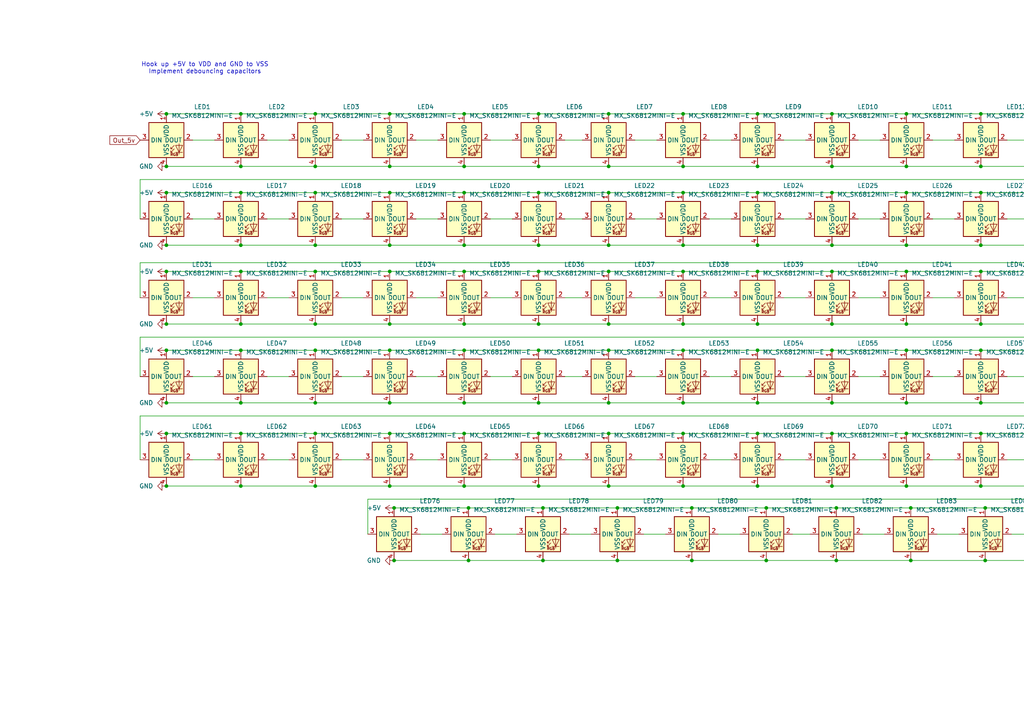
<source format=kicad_sch>
(kicad_sch (version 20231120) (generator "eeschema") (generator_version "8.0")
  (paper "A4")
  (lib_symbols
    (symbol "PCM_marbastlib-mx:MX_SK6812MINI-E"
      (property "Reference" "LED" (at 3.175 6.35 0))
      (property "Value" "MX_SK6812MINI-E" (at 10.16 -6.985 0))
      (symbol "MX_SK6812MINI-E_0_0"
        (text "RGB" (at 2.286 -4.191 0) (effects (font (size 0.762 0.762))))
      )
      (symbol "MX_SK6812MINI-E_1_1"
        (pin power_in line (at 0 7.62 270) (length 2.54) (name "VDD") (number "1"))
        (pin output line (at 7.62 0 180) (length 2.54) (name "DOUT") (number "2"))
        (pin input line (at -7.62 0 0) (length 2.54) (name "DIN") (number "3"))
        (pin power_in line (at 0 -7.62 90) (length 2.54) (name "VSS") (number "4"))
      )
    )
    (symbol "power:+5V" (power) (pin_numbers hide) (pin_names (offset 0) hide)
      (property "Value" "+5V" (at 0 3.556 0))
      (symbol "+5V_1_1"
        (pin power_in line (at 0 0 90) (length 0) (name "~") (number "1"))
      )
    )
    (symbol "power:GND" (power) (pin_numbers hide) (pin_names (offset 0) hide)
      (property "Value" "GND" (at 0 -3.81 0))
      (symbol "GND_1_1"
        (pin power_in line (at 0 0 270) (length 0) (name "~") (number "1"))
      )
    )
  )
  (junction (at 328.93 71.12))
  (junction (at 176.53 101.6))
  (junction (at 69.85 33.02))
  (junction (at 264.16 162.56))
  (junction (at 262.89 125.73))
  (junction (at 241.3 93.98))
  (junction (at 262.89 78.74))
  (junction (at 134.62 55.88))
  (junction (at 48.26 101.6))
  (junction (at 156.21 125.73))
  (junction (at 113.03 55.88))
  (junction (at 156.21 48.26))
  (junction (at 48.26 93.98))
  (junction (at 307.34 162.56))
  (junction (at 113.03 125.73))
  (junction (at 219.71 33.02))
  (junction (at 222.25 147.32))
  (junction (at 176.53 33.02))
  (junction (at 134.62 116.84))
  (junction (at 242.57 147.32))
  (junction (at 198.12 101.6))
  (junction (at 328.93 147.32))
  (junction (at 113.03 101.6))
  (junction (at 219.71 55.88))
  (junction (at 69.85 48.26))
  (junction (at 328.93 93.98))
  (junction (at 69.85 101.6))
  (junction (at 328.93 125.73))
  (junction (at 198.12 71.12))
  (junction (at 307.34 140.97))
  (junction (at 284.48 116.84))
  (junction (at 134.62 78.74))
  (junction (at 69.85 55.88))
  (junction (at 156.21 93.98))
  (junction (at 262.89 101.6))
  (junction (at 262.89 71.12))
  (junction (at 241.3 48.26))
  (junction (at 262.89 140.97))
  (junction (at 198.12 93.98))
  (junction (at 114.3 147.32))
  (junction (at 262.89 55.88))
  (junction (at 307.34 101.6))
  (junction (at 241.3 101.6))
  (junction (at 284.48 140.97))
  (junction (at 113.03 71.12))
  (junction (at 113.03 93.98))
  (junction (at 48.26 33.02))
  (junction (at 262.89 116.84))
  (junction (at 113.03 78.74))
  (junction (at 198.12 78.74))
  (junction (at 176.53 116.84))
  (junction (at 69.85 93.98))
  (junction (at 328.93 78.74))
  (junction (at 307.34 55.88))
  (junction (at 48.26 71.12))
  (junction (at 307.34 48.26))
  (junction (at 262.89 33.02))
  (junction (at 91.44 48.26))
  (junction (at 241.3 55.88))
  (junction (at 241.3 78.74))
  (junction (at 262.89 48.26))
  (junction (at 91.44 71.12))
  (junction (at 328.93 101.6))
  (junction (at 134.62 93.98))
  (junction (at 113.03 48.26))
  (junction (at 156.21 55.88))
  (junction (at 48.26 48.26))
  (junction (at 48.26 140.97))
  (junction (at 48.26 78.74))
  (junction (at 134.62 48.26))
  (junction (at 91.44 55.88))
  (junction (at 134.62 140.97))
  (junction (at 157.48 147.32))
  (junction (at 176.53 55.88))
  (junction (at 48.26 125.73))
  (junction (at 284.48 101.6))
  (junction (at 219.71 93.98))
  (junction (at 241.3 116.84))
  (junction (at 328.93 33.02))
  (junction (at 262.89 93.98))
  (junction (at 328.93 55.88))
  (junction (at 176.53 125.73))
  (junction (at 264.16 147.32))
  (junction (at 69.85 78.74))
  (junction (at 222.25 162.56))
  (junction (at 113.03 33.02))
  (junction (at 328.93 162.56))
  (junction (at 198.12 55.88))
  (junction (at 242.57 162.56))
  (junction (at 156.21 116.84))
  (junction (at 156.21 78.74))
  (junction (at 241.3 33.02))
  (junction (at 219.71 71.12))
  (junction (at 307.34 147.32))
  (junction (at 156.21 101.6))
  (junction (at 134.62 101.6))
  (junction (at 328.93 116.84))
  (junction (at 200.66 162.56))
  (junction (at 176.53 93.98))
  (junction (at 198.12 48.26))
  (junction (at 328.93 48.26))
  (junction (at 135.89 147.32))
  (junction (at 284.48 33.02))
  (junction (at 135.89 162.56))
  (junction (at 69.85 71.12))
  (junction (at 284.48 93.98))
  (junction (at 198.12 125.73))
  (junction (at 69.85 140.97))
  (junction (at 284.48 78.74))
  (junction (at 113.03 140.97))
  (junction (at 307.34 125.73))
  (junction (at 134.62 125.73))
  (junction (at 219.71 116.84))
  (junction (at 285.75 147.32))
  (junction (at 219.71 140.97))
  (junction (at 307.34 71.12))
  (junction (at 91.44 93.98))
  (junction (at 176.53 48.26))
  (junction (at 241.3 71.12))
  (junction (at 114.3 162.56))
  (junction (at 198.12 116.84))
  (junction (at 198.12 140.97))
  (junction (at 156.21 33.02))
  (junction (at 284.48 48.26))
  (junction (at 219.71 101.6))
  (junction (at 241.3 140.97))
  (junction (at 198.12 33.02))
  (junction (at 134.62 71.12))
  (junction (at 113.03 116.84))
  (junction (at 156.21 140.97))
  (junction (at 284.48 55.88))
  (junction (at 91.44 33.02))
  (junction (at 176.53 140.97))
  (junction (at 48.26 116.84))
  (junction (at 284.48 125.73))
  (junction (at 91.44 101.6))
  (junction (at 307.34 116.84))
  (junction (at 219.71 48.26))
  (junction (at 179.07 147.32))
  (junction (at 69.85 125.73))
  (junction (at 91.44 125.73))
  (junction (at 219.71 78.74))
  (junction (at 48.26 55.88))
  (junction (at 328.93 140.97))
  (junction (at 91.44 140.97))
  (junction (at 91.44 78.74))
  (junction (at 307.34 93.98))
  (junction (at 157.48 162.56))
  (junction (at 176.53 71.12))
  (junction (at 156.21 71.12))
  (junction (at 284.48 71.12))
  (junction (at 69.85 116.84))
  (junction (at 307.34 33.02))
  (junction (at 134.62 33.02))
  (junction (at 179.07 162.56))
  (junction (at 241.3 125.73))
  (junction (at 200.66 147.32))
  (junction (at 219.71 125.73))
  (junction (at 307.34 78.74))
  (junction (at 91.44 116.84))
  (junction (at 285.75 162.56))
  (junction (at 176.53 78.74))
  (wire (pts (xy 156.21 125.73) (xy 176.53 125.73)))
  (wire (pts (xy 233.68 133.35) (xy 227.33 133.35)))
  (wire (pts (xy 106.68 144.78) (xy 106.68 154.94)))
  (wire (pts (xy 307.34 162.56) (xy 328.93 162.56)))
  (wire (pts (xy 134.62 140.97) (xy 113.03 140.97)))
  (wire (pts (xy 135.89 162.56) (xy 157.48 162.56)))
  (wire (pts (xy 350.52 48.26) (xy 328.93 48.26)))
  (wire (pts (xy 358.14 63.5) (xy 358.14 76.2)))
  (wire (pts (xy 205.74 40.64) (xy 212.09 40.64)))
  (wire (pts (xy 69.85 48.26) (xy 48.26 48.26)))
  (wire (pts (xy 91.44 93.98) (xy 69.85 93.98)))
  (wire (pts (xy 233.68 86.36) (xy 227.33 86.36)))
  (wire (pts (xy 156.21 101.6) (xy 134.62 101.6)))
  (wire (pts (xy 219.71 93.98) (xy 198.12 93.98)))
  (wire (pts (xy 77.47 133.35) (xy 83.82 133.35)))
  (wire (pts (xy 198.12 116.84) (xy 176.53 116.84)))
  (wire (pts (xy 69.85 33.02) (xy 91.44 33.02)))
  (wire (pts (xy 156.21 55.88) (xy 134.62 55.88)))
  (wire (pts (xy 40.64 52.07) (xy 40.64 63.5)))
  (wire (pts (xy 248.92 40.64) (xy 255.27 40.64)))
  (wire (pts (xy 205.74 109.22) (xy 212.09 109.22)))
  (wire (pts (xy 307.34 93.98) (xy 284.48 93.98)))
  (wire (pts (xy 134.62 125.73) (xy 156.21 125.73)))
  (wire (pts (xy 91.44 71.12) (xy 113.03 71.12)))
  (wire (pts (xy 227.33 109.22) (xy 233.68 109.22)))
  (wire (pts (xy 176.53 55.88) (xy 156.21 55.88)))
  (wire (pts (xy 270.51 86.36) (xy 276.86 86.36)))
  (wire (pts (xy 142.24 86.36) (xy 148.59 86.36)))
  (wire (pts (xy 284.48 125.73) (xy 307.34 125.73)))
  (wire (pts (xy 350.52 55.88) (xy 328.93 55.88)))
  (wire (pts (xy 328.93 116.84) (xy 307.34 116.84)))
  (wire (pts (xy 40.64 97.79) (xy 40.64 109.22)))
  (wire (pts (xy 143.51 154.94) (xy 149.86 154.94)))
  (wire (pts (xy 113.03 48.26) (xy 91.44 48.26)))
  (wire (pts (xy 113.03 55.88) (xy 91.44 55.88)))
  (wire (pts (xy 293.37 154.94) (xy 299.72 154.94)))
  (wire (pts (xy 176.53 125.73) (xy 198.12 125.73)))
  (wire (pts (xy 114.3 147.32) (xy 135.89 147.32)))
  (wire (pts (xy 212.09 133.35) (xy 205.74 133.35)))
  (wire (pts (xy 134.62 116.84) (xy 113.03 116.84)))
  (wire (pts (xy 156.21 140.97) (xy 134.62 140.97)))
  (wire (pts (xy 284.48 140.97) (xy 262.89 140.97)))
  (wire (pts (xy 262.89 93.98) (xy 241.3 93.98)))
  (wire (pts (xy 176.53 33.02) (xy 198.12 33.02)))
  (wire (pts (xy 184.15 86.36) (xy 190.5 86.36)))
  (wire (pts (xy 91.44 101.6) (xy 69.85 101.6)))
  (wire (pts (xy 135.89 147.32) (xy 157.48 147.32)))
  (wire (pts (xy 262.89 116.84) (xy 241.3 116.84)))
  (wire (pts (xy 262.89 78.74) (xy 284.48 78.74)))
  (wire (pts (xy 77.47 109.22) (xy 83.82 109.22)))
  (wire (pts (xy 163.83 63.5) (xy 168.91 63.5)))
  (wire (pts (xy 184.15 40.64) (xy 190.5 40.64)))
  (wire (pts (xy 307.34 101.6) (xy 284.48 101.6)))
  (wire (pts (xy 270.51 63.5) (xy 276.86 63.5)))
  (wire (pts (xy 222.25 162.56) (xy 242.57 162.56)))
  (wire (pts (xy 163.83 109.22) (xy 168.91 109.22)))
  (wire (pts (xy 358.14 76.2) (xy 40.64 76.2)))
  (wire (pts (xy 134.62 55.88) (xy 113.03 55.88)))
  (wire (pts (xy 248.92 109.22) (xy 255.27 109.22)))
  (wire (pts (xy 113.03 116.84) (xy 91.44 116.84)))
  (wire (pts (xy 241.3 101.6) (xy 219.71 101.6)))
  (wire (pts (xy 91.44 33.02) (xy 113.03 33.02)))
  (wire (pts (xy 99.06 133.35) (xy 105.41 133.35)))
  (wire (pts (xy 200.66 147.32) (xy 222.25 147.32)))
  (wire (pts (xy 276.86 133.35) (xy 270.51 133.35)))
  (wire (pts (xy 314.96 63.5) (xy 321.31 63.5)))
  (wire (pts (xy 212.09 86.36) (xy 205.74 86.36)))
  (wire (pts (xy 99.06 109.22) (xy 105.41 109.22)))
  (wire (pts (xy 284.48 78.74) (xy 307.34 78.74)))
  (wire (pts (xy 307.34 116.84) (xy 284.48 116.84)))
  (wire (pts (xy 250.19 154.94) (xy 256.54 154.94)))
  (wire (pts (xy 120.65 86.36) (xy 127 86.36)))
  (wire (pts (xy 156.21 116.84) (xy 134.62 116.84)))
  (wire (pts (xy 134.62 48.26) (xy 113.03 48.26)))
  (wire (pts (xy 198.12 71.12) (xy 219.71 71.12)))
  (wire (pts (xy 248.92 86.36) (xy 255.27 86.36)))
  (wire (pts (xy 163.83 40.64) (xy 168.91 40.64)))
  (wire (pts (xy 307.34 33.02) (xy 328.93 33.02)))
  (wire (pts (xy 190.5 133.35) (xy 184.15 133.35)))
  (wire (pts (xy 328.93 101.6) (xy 307.34 101.6)))
  (wire (pts (xy 55.88 86.36) (xy 62.23 86.36)))
  (wire (pts (xy 91.44 48.26) (xy 69.85 48.26)))
  (wire (pts (xy 184.15 63.5) (xy 190.5 63.5)))
  (wire (pts (xy 264.16 162.56) (xy 285.75 162.56)))
  (wire (pts (xy 307.34 55.88) (xy 284.48 55.88)))
  (wire (pts (xy 113.03 78.74) (xy 134.62 78.74)))
  (wire (pts (xy 176.53 71.12) (xy 198.12 71.12)))
  (wire (pts (xy 284.48 33.02) (xy 307.34 33.02)))
  (wire (pts (xy 156.21 48.26) (xy 134.62 48.26)))
  (wire (pts (xy 55.88 109.22) (xy 62.23 109.22)))
  (wire (pts (xy 241.3 33.02) (xy 262.89 33.02)))
  (wire (pts (xy 208.28 154.94) (xy 214.63 154.94)))
  (wire (pts (xy 222.25 147.32) (xy 242.57 147.32)))
  (wire (pts (xy 48.26 33.02) (xy 69.85 33.02)))
  (wire (pts (xy 157.48 147.32) (xy 179.07 147.32)))
  (wire (pts (xy 77.47 86.36) (xy 83.82 86.36)))
  (wire (pts (xy 219.71 101.6) (xy 198.12 101.6)))
  (wire (pts (xy 350.52 116.84) (xy 328.93 116.84)))
  (wire (pts (xy 262.89 140.97) (xy 241.3 140.97)))
  (wire (pts (xy 83.82 63.5) (xy 77.47 63.5)))
  (wire (pts (xy 241.3 125.73) (xy 262.89 125.73)))
  (wire (pts (xy 328.93 33.02) (xy 350.52 33.02)))
  (wire (pts (xy 120.65 63.5) (xy 127 63.5)))
  (wire (pts (xy 114.3 162.56) (xy 135.89 162.56)))
  (wire (pts (xy 284.48 48.26) (xy 262.89 48.26)))
  (wire (pts (xy 69.85 55.88) (xy 48.26 55.88)))
  (wire (pts (xy 241.3 116.84) (xy 219.71 116.84)))
  (wire (pts (xy 314.96 86.36) (xy 321.31 86.36)))
  (wire (pts (xy 350.52 93.98) (xy 328.93 93.98)))
  (wire (pts (xy 219.71 116.84) (xy 198.12 116.84)))
  (wire (pts (xy 55.88 133.35) (xy 62.23 133.35)))
  (wire (pts (xy 186.69 154.94) (xy 193.04 154.94)))
  (wire (pts (xy 55.88 63.5) (xy 62.23 63.5)))
  (wire (pts (xy 134.62 33.02) (xy 156.21 33.02)))
  (wire (pts (xy 113.03 33.02) (xy 134.62 33.02)))
  (wire (pts (xy 358.14 133.35) (xy 358.14 144.78)))
  (wire (pts (xy 179.07 162.56) (xy 200.66 162.56)))
  (wire (pts (xy 241.3 48.26) (xy 219.71 48.26)))
  (wire (pts (xy 314.96 40.64) (xy 321.31 40.64)))
  (wire (pts (xy 156.21 93.98) (xy 134.62 93.98)))
  (wire (pts (xy 69.85 125.73) (xy 91.44 125.73)))
  (wire (pts (xy 184.15 109.22) (xy 190.5 109.22)))
  (wire (pts (xy 314.96 154.94) (xy 321.31 154.94)))
  (wire (pts (xy 358.14 109.22) (xy 358.14 120.65)))
  (wire (pts (xy 262.89 48.26) (xy 241.3 48.26)))
  (wire (pts (xy 358.14 144.78) (xy 106.68 144.78)))
  (wire (pts (xy 198.12 93.98) (xy 176.53 93.98)))
  (wire (pts (xy 328.93 78.74) (xy 350.52 78.74)))
  (wire (pts (xy 176.53 93.98) (xy 156.21 93.98)))
  (wire (pts (xy 241.3 78.74) (xy 262.89 78.74)))
  (wire (pts (xy 284.48 71.12) (xy 307.34 71.12)))
  (wire (pts (xy 156.21 33.02) (xy 176.53 33.02)))
  (wire (pts (xy 156.21 71.12) (xy 176.53 71.12)))
  (wire (pts (xy 69.85 140.97) (xy 48.26 140.97)))
  (wire (pts (xy 198.12 55.88) (xy 176.53 55.88)))
  (wire (pts (xy 307.34 125.73) (xy 328.93 125.73)))
  (wire (pts (xy 69.85 93.98) (xy 48.26 93.98)))
  (wire (pts (xy 328.93 162.56) (xy 350.52 162.56)))
  (wire (pts (xy 284.48 93.98) (xy 262.89 93.98)))
  (wire (pts (xy 198.12 140.97) (xy 176.53 140.97)))
  (wire (pts (xy 307.34 78.74) (xy 328.93 78.74)))
  (wire (pts (xy 292.1 109.22) (xy 299.72 109.22)))
  (wire (pts (xy 156.21 78.74) (xy 176.53 78.74)))
  (wire (pts (xy 262.89 33.02) (xy 284.48 33.02)))
  (wire (pts (xy 91.44 55.88) (xy 69.85 55.88)))
  (wire (pts (xy 284.48 116.84) (xy 262.89 116.84)))
  (wire (pts (xy 358.14 120.65) (xy 40.64 120.65)))
  (wire (pts (xy 270.51 40.64) (xy 276.86 40.64)))
  (wire (pts (xy 200.66 162.56) (xy 222.25 162.56)))
  (wire (pts (xy 219.71 33.02) (xy 241.3 33.02)))
  (wire (pts (xy 358.14 52.07) (xy 40.64 52.07)))
  (wire (pts (xy 227.33 40.64) (xy 233.68 40.64)))
  (wire (pts (xy 142.24 109.22) (xy 148.59 109.22)))
  (wire (pts (xy 55.88 40.64) (xy 62.23 40.64)))
  (wire (pts (xy 40.64 76.2) (xy 40.64 86.36)))
  (wire (pts (xy 69.85 116.84) (xy 48.26 116.84)))
  (wire (pts (xy 271.78 154.94) (xy 278.13 154.94)))
  (wire (pts (xy 262.89 125.73) (xy 284.48 125.73)))
  (wire (pts (xy 264.16 147.32) (xy 285.75 147.32)))
  (wire (pts (xy 69.85 78.74) (xy 91.44 78.74)))
  (wire (pts (xy 241.3 140.97) (xy 219.71 140.97)))
  (wire (pts (xy 328.93 140.97) (xy 307.34 140.97)))
  (wire (pts (xy 358.14 86.36) (xy 358.14 97.79)))
  (wire (pts (xy 336.55 133.35) (xy 342.9 133.35)))
  (wire (pts (xy 307.34 140.97) (xy 284.48 140.97)))
  (wire (pts (xy 241.3 55.88) (xy 219.71 55.88)))
  (wire (pts (xy 328.93 147.32) (xy 350.52 147.32)))
  (wire (pts (xy 121.92 154.94) (xy 128.27 154.94)))
  (wire (pts (xy 242.57 162.56) (xy 264.16 162.56)))
  (wire (pts (xy 163.83 133.35) (xy 168.91 133.35)))
  (wire (pts (xy 307.34 71.12) (xy 328.93 71.12)))
  (wire (pts (xy 165.1 154.94) (xy 171.45 154.94)))
  (wire (pts (xy 285.75 162.56) (xy 307.34 162.56)))
  (wire (pts (xy 120.65 109.22) (xy 127 109.22)))
  (wire (pts (xy 176.53 48.26) (xy 156.21 48.26)))
  (wire (pts (xy 83.82 40.64) (xy 77.47 40.64)))
  (wire (pts (xy 219.71 125.73) (xy 241.3 125.73)))
  (wire (pts (xy 134.62 93.98) (xy 113.03 93.98)))
  (wire (pts (xy 113.03 71.12) (xy 134.62 71.12)))
  (wire (pts (xy 113.03 140.97) (xy 91.44 140.97)))
  (wire (pts (xy 262.89 101.6) (xy 241.3 101.6)))
  (wire (pts (xy 127 133.35) (xy 120.65 133.35)))
  (wire (pts (xy 48.26 125.73) (xy 69.85 125.73)))
  (wire (pts (xy 358.14 40.64) (xy 358.14 52.07)))
  (wire (pts (xy 91.44 125.73) (xy 113.03 125.73)))
  (wire (pts (xy 229.87 154.94) (xy 234.95 154.94)))
  (wire (pts (xy 142.24 63.5) (xy 148.59 63.5)))
  (wire (pts (xy 168.91 86.36) (xy 163.83 86.36)))
  (wire (pts (xy 328.93 71.12) (xy 350.52 71.12)))
  (wire (pts (xy 142.24 40.64) (xy 148.59 40.64)))
  (wire (pts (xy 292.1 40.64) (xy 299.72 40.64)))
  (wire (pts (xy 336.55 109.22) (xy 342.9 109.22)))
  (wire (pts (xy 198.12 33.02) (xy 219.71 33.02)))
  (wire (pts (xy 142.24 133.35) (xy 148.59 133.35)))
  (wire (pts (xy 198.12 78.74) (xy 219.71 78.74)))
  (wire (pts (xy 284.48 55.88) (xy 262.89 55.88)))
  (wire (pts (xy 120.65 40.64) (xy 127 40.64)))
  (wire (pts (xy 233.68 63.5) (xy 227.33 63.5)))
  (wire (pts (xy 69.85 71.12) (xy 91.44 71.12)))
  (wire (pts (xy 91.44 78.74) (xy 113.03 78.74)))
  (wire (pts (xy 350.52 140.97) (xy 328.93 140.97)))
  (wire (pts (xy 336.55 63.5) (xy 342.9 63.5)))
  (wire (pts (xy 205.74 63.5) (xy 212.09 63.5)))
  (wire (pts (xy 328.93 48.26) (xy 307.34 48.26)))
  (wire (pts (xy 157.48 162.56) (xy 179.07 162.56)))
  (wire (pts (xy 255.27 133.35) (xy 248.92 133.35)))
  (wire (pts (xy 292.1 86.36) (xy 299.72 86.36)))
  (wire (pts (xy 336.55 86.36) (xy 342.9 86.36)))
  (wire (pts (xy 270.51 109.22) (xy 276.86 109.22)))
  (wire (pts (xy 198.12 48.26) (xy 176.53 48.26)))
  (wire (pts (xy 336.55 40.64) (xy 342.9 40.64)))
  (wire (pts (xy 219.71 55.88) (xy 198.12 55.88)))
  (wire (pts (xy 198.12 101.6) (xy 176.53 101.6)))
  (wire (pts (xy 314.96 133.35) (xy 321.31 133.35)))
  (wire (pts (xy 328.93 125.73) (xy 350.52 125.73)))
  (wire (pts (xy 113.03 125.73) (xy 134.62 125.73)))
  (wire (pts (xy 219.71 48.26) (xy 198.12 48.26)))
  (wire (pts (xy 48.26 78.74) (xy 69.85 78.74)))
  (wire (pts (xy 40.64 120.65) (xy 40.64 133.35)))
  (wire (pts (xy 262.89 71.12) (xy 284.48 71.12)))
  (wire (pts (xy 219.71 71.12) (xy 241.3 71.12)))
  (wire (pts (xy 99.06 40.64) (xy 105.41 40.64)))
  (wire (pts (xy 176.53 78.74) (xy 198.12 78.74)))
  (wire (pts (xy 314.96 109.22) (xy 321.31 109.22)))
  (wire (pts (xy 99.06 86.36) (xy 105.41 86.36)))
  (wire (pts (xy 292.1 133.35) (xy 299.72 133.35)))
  (wire (pts (xy 285.75 147.32) (xy 307.34 147.32)))
  (wire (pts (xy 113.03 93.98) (xy 91.44 93.98)))
  (wire (pts (xy 99.06 63.5) (xy 105.41 63.5)))
  (wire (pts (xy 91.44 116.84) (xy 69.85 116.84)))
  (wire (pts (xy 342.9 154.94) (xy 336.55 154.94)))
  (wire (pts (xy 350.52 101.6) (xy 328.93 101.6)))
  (wire (pts (xy 358.14 97.79) (xy 40.64 97.79)))
  (wire (pts (xy 198.12 125.73) (xy 219.71 125.73)))
  (wire (pts (xy 134.62 78.74) (xy 156.21 78.74)))
  (wire (pts (xy 241.3 93.98) (xy 219.71 93.98)))
  (wire (pts (xy 91.44 140.97) (xy 69.85 140.97)))
  (wire (pts (xy 134.62 71.12) (xy 156.21 71.12)))
  (wire (pts (xy 219.71 140.97) (xy 198.12 140.97)))
  (wire (pts (xy 176.53 116.84) (xy 156.21 116.84)))
  (wire (pts (xy 176.53 140.97) (xy 156.21 140.97)))
  (wire (pts (xy 113.03 101.6) (xy 91.44 101.6)))
  (wire (pts (xy 248.92 63.5) (xy 255.27 63.5)))
  (wire (pts (xy 48.26 71.12) (xy 69.85 71.12)))
  (wire (pts (xy 299.72 63.5) (xy 292.1 63.5)))
  (wire (pts (xy 284.48 101.6) (xy 262.89 101.6)))
  (wire (pts (xy 241.3 71.12) (xy 262.89 71.12)))
  (wire (pts (xy 176.53 101.6) (xy 156.21 101.6)))
  (wire (pts (xy 219.71 78.74) (xy 241.3 78.74)))
  (wire (pts (xy 134.62 101.6) (xy 113.03 101.6)))
  (wire (pts (xy 328.93 93.98) (xy 307.34 93.98)))
  (wire (pts (xy 307.34 48.26) (xy 284.48 48.26)))
  (wire (pts (xy 69.85 101.6) (xy 48.26 101.6)))
  (wire (pts (xy 262.89 55.88) (xy 241.3 55.88)))
  (wire (pts (xy 328.93 55.88) (xy 307.34 55.88)))
  (wire (pts (xy 242.57 147.32) (xy 264.16 147.32)))
  (wire (pts (xy 179.07 147.32) (xy 200.66 147.32)))
  (wire (pts (xy 307.34 147.32) (xy 328.93 147.32)))
  (text "Hook up +5V to VDD and GND to VSS\nImplement debouncing capacitors" (at 59.436 19.812 0) (effects (font (size 1.27 1.27))))
  (global_label "Out_5v" (shape input) (at 40.64 40.64 180) (property "Intersheetrefs" "${INTERSHEET_REFS}" (effects (hide yes))))
  (symbol (lib_id "power:GND") (at 48.26 93.98 270) (unit 1)
    (property "Reference" "#PWR0108" (effects (hide yes)))
    (property "Value" "GND" (at 44.45 93.9799 90) (effects (justify right)))
    (property "Description" "Power symbol creates a global label with name \"GND\" , ground" (effects (hide yes)))
  )
  (symbol (lib_id "PCM_marbastlib-mx:MX_SK6812MINI-E") (at 241.3 86.36 0) (unit 1)
    (property "Reference" "LED40" (at 251.714 76.708 0))
    (property "Value" "MX_SK6812MINI-E" (at 251.714 79.248 0))
    (property "Footprint" "PCM_marbastlib-mx:LED_MX_6028R" (effects (hide yes)))
    (property "Description" "Reverse mount adressable LED (WS2812 protocol)" (effects (hide yes)))
  )
  (symbol (lib_id "PCM_marbastlib-mx:MX_SK6812MINI-E") (at 134.62 86.36 0) (unit 1)
    (property "Reference" "LED35" (at 145.034 76.708 0))
    (property "Value" "MX_SK6812MINI-E" (at 145.034 79.248 0))
    (property "Footprint" "PCM_marbastlib-mx:LED_MX_6028R" (effects (hide yes)))
    (property "Description" "Reverse mount adressable LED (WS2812 protocol)" (effects (hide yes)))
  )
  (symbol (lib_id "PCM_marbastlib-mx:MX_SK6812MINI-E") (at 48.26 40.64 0) (unit 1)
    (property "Reference" "LED1" (at 58.674 30.988 0))
    (property "Value" "MX_SK6812MINI-E" (at 58.674 33.528 0))
    (property "Footprint" "PCM_marbastlib-mx:LED_MX_6028R" (effects (hide yes)))
    (property "Description" "Reverse mount adressable LED (WS2812 protocol)" (effects (hide yes)))
  )
  (symbol (lib_id "PCM_marbastlib-mx:MX_SK6812MINI-E") (at 328.93 154.94 0) (unit 1)
    (property "Reference" "LED86" (at 339.344 145.288 0))
    (property "Value" "MX_SK6812MINI-E" (at 339.344 147.828 0))
    (property "Footprint" "PCM_marbastlib-mx:LED_MX_6028R" (effects (hide yes)))
    (property "Description" "Reverse mount adressable LED (WS2812 protocol)" (effects (hide yes)))
  )
  (symbol (lib_id "PCM_marbastlib-mx:MX_SK6812MINI-E") (at 113.03 133.35 0) (unit 1)
    (property "Reference" "LED64" (at 123.444 123.698 0))
    (property "Value" "MX_SK6812MINI-E" (at 123.444 126.238 0))
    (property "Footprint" "PCM_marbastlib-mx:LED_MX_6028R" (effects (hide yes)))
    (property "Description" "Reverse mount adressable LED (WS2812 protocol)" (effects (hide yes)))
  )
  (symbol (lib_id "PCM_marbastlib-mx:MX_SK6812MINI-E") (at 350.52 154.94 0) (unit 1)
    (property "Reference" "LED87" (at 360.934 145.288 0))
    (property "Value" "MX_SK6812MINI-E" (at 360.934 147.828 0))
    (property "Footprint" "PCM_marbastlib-mx:LED_MX_6028R" (effects (hide yes)))
    (property "Description" "Reverse mount adressable LED (WS2812 protocol)" (effects (hide yes)))
  )
  (symbol (lib_id "PCM_marbastlib-mx:MX_SK6812MINI-E") (at 91.44 86.36 0) (unit 1)
    (property "Reference" "LED33" (at 101.854 76.708 0))
    (property "Value" "MX_SK6812MINI-E" (at 101.854 79.248 0))
    (property "Footprint" "PCM_marbastlib-mx:LED_MX_6028R" (effects (hide yes)))
    (property "Description" "Reverse mount adressable LED (WS2812 protocol)" (effects (hide yes)))
  )
  (symbol (lib_id "PCM_marbastlib-mx:MX_SK6812MINI-E") (at 219.71 63.5 0) (unit 1)
    (property "Reference" "LED24" (at 230.124 53.848 0))
    (property "Value" "MX_SK6812MINI-E" (at 230.124 56.388 0))
    (property "Footprint" "PCM_marbastlib-mx:LED_MX_6028R" (effects (hide yes)))
    (property "Description" "Reverse mount adressable LED (WS2812 protocol)" (effects (hide yes)))
  )
  (symbol (lib_id "PCM_marbastlib-mx:MX_SK6812MINI-E") (at 262.89 86.36 0) (unit 1)
    (property "Reference" "LED41" (at 273.304 76.708 0))
    (property "Value" "MX_SK6812MINI-E" (at 273.304 79.248 0))
    (property "Footprint" "PCM_marbastlib-mx:LED_MX_6028R" (effects (hide yes)))
    (property "Description" "Reverse mount adressable LED (WS2812 protocol)" (effects (hide yes)))
  )
  (symbol (lib_id "PCM_marbastlib-mx:MX_SK6812MINI-E") (at 198.12 40.64 0) (unit 1)
    (property "Reference" "LED8" (at 208.534 30.988 0))
    (property "Value" "MX_SK6812MINI-E" (at 208.534 33.528 0))
    (property "Footprint" "PCM_marbastlib-mx:LED_MX_6028R" (effects (hide yes)))
    (property "Description" "Reverse mount adressable LED (WS2812 protocol)" (effects (hide yes)))
  )
  (symbol (lib_id "power:GND") (at 48.26 140.97 270) (unit 1)
    (property "Reference" "#PWR0112" (effects (hide yes)))
    (property "Value" "GND" (at 44.45 140.9699 90) (effects (justify right)))
    (property "Description" "Power symbol creates a global label with name \"GND\" , ground" (effects (hide yes)))
  )
  (symbol (lib_id "PCM_marbastlib-mx:MX_SK6812MINI-E") (at 114.3 154.94 0) (unit 1)
    (property "Reference" "LED76" (at 124.714 145.288 0))
    (property "Value" "MX_SK6812MINI-E" (at 124.714 147.828 0))
    (property "Footprint" "PCM_marbastlib-mx:LED_MX_6028R" (effects (hide yes)))
    (property "Description" "Reverse mount adressable LED (WS2812 protocol)" (effects (hide yes)))
  )
  (symbol (lib_id "PCM_marbastlib-mx:MX_SK6812MINI-E") (at 219.71 133.35 0) (unit 1)
    (property "Reference" "LED69" (at 230.124 123.698 0))
    (property "Value" "MX_SK6812MINI-E" (at 230.124 126.238 0))
    (property "Footprint" "PCM_marbastlib-mx:LED_MX_6028R" (effects (hide yes)))
    (property "Description" "Reverse mount adressable LED (WS2812 protocol)" (effects (hide yes)))
  )
  (symbol (lib_id "PCM_marbastlib-mx:MX_SK6812MINI-E") (at 241.3 133.35 0) (unit 1)
    (property "Reference" "LED70" (at 251.714 123.698 0))
    (property "Value" "MX_SK6812MINI-E" (at 251.714 126.238 0))
    (property "Footprint" "PCM_marbastlib-mx:LED_MX_6028R" (effects (hide yes)))
    (property "Description" "Reverse mount adressable LED (WS2812 protocol)" (effects (hide yes)))
  )
  (symbol (lib_id "PCM_marbastlib-mx:MX_SK6812MINI-E") (at 69.85 109.22 0) (unit 1)
    (property "Reference" "LED47" (at 80.264 99.568 0))
    (property "Value" "MX_SK6812MINI-E" (at 80.264 102.108 0))
    (property "Footprint" "PCM_marbastlib-mx:LED_MX_6028R" (effects (hide yes)))
    (property "Description" "Reverse mount adressable LED (WS2812 protocol)" (effects (hide yes)))
  )
  (symbol (lib_id "PCM_marbastlib-mx:MX_SK6812MINI-E") (at 219.71 40.64 0) (unit 1)
    (property "Reference" "LED9" (at 230.124 30.988 0))
    (property "Value" "MX_SK6812MINI-E" (at 230.124 33.528 0))
    (property "Footprint" "PCM_marbastlib-mx:LED_MX_6028R" (effects (hide yes)))
    (property "Description" "Reverse mount adressable LED (WS2812 protocol)" (effects (hide yes)))
  )
  (symbol (lib_id "PCM_marbastlib-mx:MX_SK6812MINI-E") (at 241.3 63.5 0) (unit 1)
    (property "Reference" "LED25" (at 251.714 53.848 0))
    (property "Value" "MX_SK6812MINI-E" (at 251.714 56.388 0))
    (property "Footprint" "PCM_marbastlib-mx:LED_MX_6028R" (effects (hide yes)))
    (property "Description" "Reverse mount adressable LED (WS2812 protocol)" (effects (hide yes)))
  )
  (symbol (lib_id "power:+5V") (at 48.26 55.88 90) (unit 1)
    (property "Reference" "#PWR0105" (effects (hide yes)))
    (property "Value" "+5V" (at 44.45 55.8799 90) (effects (justify left)))
    (property "Description" "Power symbol creates a global label with name \"+5V\"" (effects (hide yes)))
  )
  (symbol (lib_id "power:+5V") (at 48.26 101.6 90) (unit 1)
    (property "Reference" "#PWR0109" (effects (hide yes)))
    (property "Value" "+5V" (at 44.45 101.5999 90) (effects (justify left)))
    (property "Description" "Power symbol creates a global label with name \"+5V\"" (effects (hide yes)))
  )
  (symbol (lib_id "PCM_marbastlib-mx:MX_SK6812MINI-E") (at 91.44 109.22 0) (unit 1)
    (property "Reference" "LED48" (at 101.854 99.568 0))
    (property "Value" "MX_SK6812MINI-E" (at 101.854 102.108 0))
    (property "Footprint" "PCM_marbastlib-mx:LED_MX_6028R" (effects (hide yes)))
    (property "Description" "Reverse mount adressable LED (WS2812 protocol)" (effects (hide yes)))
  )
  (symbol (lib_id "PCM_marbastlib-mx:MX_SK6812MINI-E") (at 176.53 86.36 0) (unit 1)
    (property "Reference" "LED37" (at 186.944 76.708 0))
    (property "Value" "MX_SK6812MINI-E" (at 186.944 79.248 0))
    (property "Footprint" "PCM_marbastlib-mx:LED_MX_6028R" (effects (hide yes)))
    (property "Description" "Reverse mount adressable LED (WS2812 protocol)" (effects (hide yes)))
  )
  (symbol (lib_id "PCM_marbastlib-mx:MX_SK6812MINI-E") (at 156.21 86.36 0) (unit 1)
    (property "Reference" "LED36" (at 166.624 76.708 0))
    (property "Value" "MX_SK6812MINI-E" (at 166.624 79.248 0))
    (property "Footprint" "PCM_marbastlib-mx:LED_MX_6028R" (effects (hide yes)))
    (property "Description" "Reverse mount adressable LED (WS2812 protocol)" (effects (hide yes)))
  )
  (symbol (lib_id "PCM_marbastlib-mx:MX_SK6812MINI-E") (at 328.93 40.64 0) (unit 1)
    (property "Reference" "LED14" (at 339.344 30.988 0))
    (property "Value" "MX_SK6812MINI-E" (at 339.344 33.528 0))
    (property "Footprint" "PCM_marbastlib-mx:LED_MX_6028R" (effects (hide yes)))
    (property "Description" "Reverse mount adressable LED (WS2812 protocol)" (effects (hide yes)))
  )
  (symbol (lib_id "PCM_marbastlib-mx:MX_SK6812MINI-E") (at 262.89 133.35 0) (unit 1)
    (property "Reference" "LED71" (at 273.304 123.698 0))
    (property "Value" "MX_SK6812MINI-E" (at 273.304 126.238 0))
    (property "Footprint" "PCM_marbastlib-mx:LED_MX_6028R" (effects (hide yes)))
    (property "Description" "Reverse mount adressable LED (WS2812 protocol)" (effects (hide yes)))
  )
  (symbol (lib_id "PCM_marbastlib-mx:MX_SK6812MINI-E") (at 69.85 133.35 0) (unit 1)
    (property "Reference" "LED62" (at 80.264 123.698 0))
    (property "Value" "MX_SK6812MINI-E" (at 80.264 126.238 0))
    (property "Footprint" "PCM_marbastlib-mx:LED_MX_6028R" (effects (hide yes)))
    (property "Description" "Reverse mount adressable LED (WS2812 protocol)" (effects (hide yes)))
  )
  (symbol (lib_id "PCM_marbastlib-mx:MX_SK6812MINI-E") (at 350.52 86.36 0) (unit 1)
    (property "Reference" "LED45" (at 360.934 76.708 0))
    (property "Value" "MX_SK6812MINI-E" (at 360.934 79.248 0))
    (property "Footprint" "PCM_marbastlib-mx:LED_MX_6028R" (effects (hide yes)))
    (property "Description" "Reverse mount adressable LED (WS2812 protocol)" (effects (hide yes)))
  )
  (symbol (lib_id "PCM_marbastlib-mx:MX_SK6812MINI-E") (at 156.21 40.64 0) (unit 1)
    (property "Reference" "LED6" (at 166.624 30.988 0))
    (property "Value" "MX_SK6812MINI-E" (at 166.624 33.528 0))
    (property "Footprint" "PCM_marbastlib-mx:LED_MX_6028R" (effects (hide yes)))
    (property "Description" "Reverse mount adressable LED (WS2812 protocol)" (effects (hide yes)))
  )
  (symbol (lib_id "PCM_marbastlib-mx:MX_SK6812MINI-E") (at 264.16 154.94 0) (unit 1)
    (property "Reference" "LED83" (at 274.574 145.288 0))
    (property "Value" "MX_SK6812MINI-E" (at 274.574 147.828 0))
    (property "Footprint" "PCM_marbastlib-mx:LED_MX_6028R" (effects (hide yes)))
    (property "Description" "Reverse mount adressable LED (WS2812 protocol)" (effects (hide yes)))
  )
  (symbol (lib_id "PCM_marbastlib-mx:MX_SK6812MINI-E") (at 285.75 154.94 0) (unit 1)
    (property "Reference" "LED84" (at 296.164 145.288 0))
    (property "Value" "MX_SK6812MINI-E" (at 296.164 147.828 0))
    (property "Footprint" "PCM_marbastlib-mx:LED_MX_6028R" (effects (hide yes)))
    (property "Description" "Reverse mount adressable LED (WS2812 protocol)" (effects (hide yes)))
  )
  (symbol (lib_id "PCM_marbastlib-mx:MX_SK6812MINI-E") (at 307.34 63.5 0) (unit 1)
    (property "Reference" "LED28" (at 317.754 53.848 0))
    (property "Value" "MX_SK6812MINI-E" (at 317.754 56.388 0))
    (property "Footprint" "PCM_marbastlib-mx:LED_MX_6028R" (effects (hide yes)))
    (property "Description" "Reverse mount adressable LED (WS2812 protocol)" (effects (hide yes)))
  )
  (symbol (lib_id "PCM_marbastlib-mx:MX_SK6812MINI-E") (at 134.62 109.22 0) (unit 1)
    (property "Reference" "LED50" (at 145.034 99.568 0))
    (property "Value" "MX_SK6812MINI-E" (at 145.034 102.108 0))
    (property "Footprint" "PCM_marbastlib-mx:LED_MX_6028R" (effects (hide yes)))
    (property "Description" "Reverse mount adressable LED (WS2812 protocol)" (effects (hide yes)))
  )
  (symbol (lib_id "PCM_marbastlib-mx:MX_SK6812MINI-E") (at 198.12 109.22 0) (unit 1)
    (property "Reference" "LED53" (at 208.534 99.568 0))
    (property "Value" "MX_SK6812MINI-E" (at 208.534 102.108 0))
    (property "Footprint" "PCM_marbastlib-mx:LED_MX_6028R" (effects (hide yes)))
    (property "Description" "Reverse mount adressable LED (WS2812 protocol)" (effects (hide yes)))
  )
  (symbol (lib_id "PCM_marbastlib-mx:MX_SK6812MINI-E") (at 176.53 109.22 0) (unit 1)
    (property "Reference" "LED52" (at 186.944 99.568 0))
    (property "Value" "MX_SK6812MINI-E" (at 186.944 102.108 0))
    (property "Footprint" "PCM_marbastlib-mx:LED_MX_6028R" (effects (hide yes)))
    (property "Description" "Reverse mount adressable LED (WS2812 protocol)" (effects (hide yes)))
  )
  (symbol (lib_id "PCM_marbastlib-mx:MX_SK6812MINI-E") (at 48.26 86.36 0) (unit 1)
    (property "Reference" "LED31" (at 58.674 76.708 0))
    (property "Value" "MX_SK6812MINI-E" (at 58.674 79.248 0))
    (property "Footprint" "PCM_marbastlib-mx:LED_MX_6028R" (effects (hide yes)))
    (property "Description" "Reverse mount adressable LED (WS2812 protocol)" (effects (hide yes)))
  )
  (symbol (lib_id "PCM_marbastlib-mx:MX_SK6812MINI-E") (at 157.48 154.94 0) (unit 1)
    (property "Reference" "LED78" (at 167.894 145.288 0))
    (property "Value" "MX_SK6812MINI-E" (at 167.894 147.828 0))
    (property "Footprint" "PCM_marbastlib-mx:LED_MX_6028R" (effects (hide yes)))
    (property "Description" "Reverse mount adressable LED (WS2812 protocol)" (effects (hide yes)))
  )
  (symbol (lib_id "PCM_marbastlib-mx:MX_SK6812MINI-E") (at 91.44 133.35 0) (unit 1)
    (property "Reference" "LED63" (at 101.854 123.698 0))
    (property "Value" "MX_SK6812MINI-E" (at 101.854 126.238 0))
    (property "Footprint" "PCM_marbastlib-mx:LED_MX_6028R" (effects (hide yes)))
    (property "Description" "Reverse mount adressable LED (WS2812 protocol)" (effects (hide yes)))
  )
  (symbol (lib_id "power:+5V") (at 48.26 125.73 90) (unit 1)
    (property "Reference" "#PWR0111" (effects (hide yes)))
    (property "Value" "+5V" (at 44.45 125.7299 90) (effects (justify left)))
    (property "Description" "Power symbol creates a global label with name \"+5V\"" (effects (hide yes)))
  )
  (symbol (lib_id "PCM_marbastlib-mx:MX_SK6812MINI-E") (at 219.71 109.22 0) (unit 1)
    (property "Reference" "LED54" (at 230.124 99.568 0))
    (property "Value" "MX_SK6812MINI-E" (at 230.124 102.108 0))
    (property "Footprint" "PCM_marbastlib-mx:LED_MX_6028R" (effects (hide yes)))
    (property "Description" "Reverse mount adressable LED (WS2812 protocol)" (effects (hide yes)))
  )
  (symbol (lib_id "power:GND") (at 48.26 116.84 270) (unit 1)
    (property "Reference" "#PWR0110" (effects (hide yes)))
    (property "Value" "GND" (at 44.45 116.8399 90) (effects (justify right)))
    (property "Description" "Power symbol creates a global label with name \"GND\" , ground" (effects (hide yes)))
  )
  (symbol (lib_id "PCM_marbastlib-mx:MX_SK6812MINI-E") (at 307.34 86.36 0) (unit 1)
    (property "Reference" "LED43" (at 317.754 76.708 0))
    (property "Value" "MX_SK6812MINI-E" (at 317.754 79.248 0))
    (property "Footprint" "PCM_marbastlib-mx:LED_MX_6028R" (effects (hide yes)))
    (property "Description" "Reverse mount adressable LED (WS2812 protocol)" (effects (hide yes)))
  )
  (symbol (lib_id "PCM_marbastlib-mx:MX_SK6812MINI-E") (at 113.03 109.22 0) (unit 1)
    (property "Reference" "LED49" (at 123.444 99.568 0))
    (property "Value" "MX_SK6812MINI-E" (at 123.444 102.108 0))
    (property "Footprint" "PCM_marbastlib-mx:LED_MX_6028R" (effects (hide yes)))
    (property "Description" "Reverse mount adressable LED (WS2812 protocol)" (effects (hide yes)))
  )
  (symbol (lib_id "PCM_marbastlib-mx:MX_SK6812MINI-E") (at 284.48 63.5 0) (unit 1)
    (property "Reference" "LED27" (at 294.894 53.848 0))
    (property "Value" "MX_SK6812MINI-E" (at 294.894 56.388 0))
    (property "Footprint" "PCM_marbastlib-mx:LED_MX_6028R" (effects (hide yes)))
    (property "Description" "Reverse mount adressable LED (WS2812 protocol)" (effects (hide yes)))
  )
  (symbol (lib_id "PCM_marbastlib-mx:MX_SK6812MINI-E") (at 198.12 63.5 0) (unit 1)
    (property "Reference" "LED23" (at 208.534 53.848 0))
    (property "Value" "MX_SK6812MINI-E" (at 208.534 56.388 0))
    (property "Footprint" "PCM_marbastlib-mx:LED_MX_6028R" (effects (hide yes)))
    (property "Description" "Reverse mount adressable LED (WS2812 protocol)" (effects (hide yes)))
  )
  (symbol (lib_id "PCM_marbastlib-mx:MX_SK6812MINI-E") (at 134.62 133.35 0) (unit 1)
    (property "Reference" "LED65" (at 145.034 123.698 0))
    (property "Value" "MX_SK6812MINI-E" (at 145.034 126.238 0))
    (property "Footprint" "PCM_marbastlib-mx:LED_MX_6028R" (effects (hide yes)))
    (property "Description" "Reverse mount adressable LED (WS2812 protocol)" (effects (hide yes)))
  )
  (symbol (lib_id "PCM_marbastlib-mx:MX_SK6812MINI-E") (at 91.44 40.64 0) (unit 1)
    (property "Reference" "LED3" (at 101.854 30.988 0))
    (property "Value" "MX_SK6812MINI-E" (at 101.854 33.528 0))
    (property "Footprint" "PCM_marbastlib-mx:LED_MX_6028R" (effects (hide yes)))
    (property "Description" "Reverse mount adressable LED (WS2812 protocol)" (effects (hide yes)))
  )
  (symbol (lib_id "PCM_marbastlib-mx:MX_SK6812MINI-E") (at 198.12 86.36 0) (unit 1)
    (property "Reference" "LED38" (at 208.534 76.708 0))
    (property "Value" "MX_SK6812MINI-E" (at 208.534 79.248 0))
    (property "Footprint" "PCM_marbastlib-mx:LED_MX_6028R" (effects (hide yes)))
    (property "Description" "Reverse mount adressable LED (WS2812 protocol)" (effects (hide yes)))
  )
  (symbol (lib_id "PCM_marbastlib-mx:MX_SK6812MINI-E") (at 179.07 154.94 0) (unit 1)
    (property "Reference" "LED79" (at 189.484 145.288 0))
    (property "Value" "MX_SK6812MINI-E" (at 189.484 147.828 0))
    (property "Footprint" "PCM_marbastlib-mx:LED_MX_6028R" (effects (hide yes)))
    (property "Description" "Reverse mount adressable LED (WS2812 protocol)" (effects (hide yes)))
  )
  (symbol (lib_id "PCM_marbastlib-mx:MX_SK6812MINI-E") (at 176.53 133.35 0) (unit 1)
    (property "Reference" "LED67" (at 186.944 123.698 0))
    (property "Value" "MX_SK6812MINI-E" (at 186.944 126.238 0))
    (property "Footprint" "PCM_marbastlib-mx:LED_MX_6028R" (effects (hide yes)))
    (property "Description" "Reverse mount adressable LED (WS2812 protocol)" (effects (hide yes)))
  )
  (symbol (lib_id "PCM_marbastlib-mx:MX_SK6812MINI-E") (at 284.48 109.22 0) (unit 1)
    (property "Reference" "LED57" (at 294.894 99.568 0))
    (property "Value" "MX_SK6812MINI-E" (at 294.894 102.108 0))
    (property "Footprint" "PCM_marbastlib-mx:LED_MX_6028R" (effects (hide yes)))
    (property "Description" "Reverse mount adressable LED (WS2812 protocol)" (effects (hide yes)))
  )
  (symbol (lib_id "PCM_marbastlib-mx:MX_SK6812MINI-E") (at 350.52 40.64 0) (unit 1)
    (property "Reference" "LED15" (at 360.934 30.988 0))
    (property "Value" "MX_SK6812MINI-E" (at 360.934 33.528 0))
    (property "Footprint" "PCM_marbastlib-mx:LED_MX_6028R" (effects (hide yes)))
    (property "Description" "Reverse mount adressable LED (WS2812 protocol)" (effects (hide yes)))
  )
  (symbol (lib_id "PCM_marbastlib-mx:MX_SK6812MINI-E") (at 307.34 109.22 0) (unit 1)
    (property "Reference" "LED58" (at 317.754 99.568 0))
    (property "Value" "MX_SK6812MINI-E" (at 317.754 102.108 0))
    (property "Footprint" "PCM_marbastlib-mx:LED_MX_6028R" (effects (hide yes)))
    (property "Description" "Reverse mount adressable LED (WS2812 protocol)" (effects (hide yes)))
  )
  (symbol (lib_id "power:GND") (at 114.3 162.56 270) (unit 1)
    (property "Reference" "#PWR0102" (effects (hide yes)))
    (property "Value" "GND" (at 110.49 162.5599 90) (effects (justify right)))
    (property "Description" "Power symbol creates a global label with name \"GND\" , ground" (effects (hide yes)))
  )
  (symbol (lib_id "PCM_marbastlib-mx:MX_SK6812MINI-E") (at 350.52 63.5 0) (unit 1)
    (property "Reference" "LED30" (at 360.934 53.848 0))
    (property "Value" "MX_SK6812MINI-E" (at 360.934 56.388 0))
    (property "Footprint" "PCM_marbastlib-mx:LED_MX_6028R" (effects (hide yes)))
    (property "Description" "Reverse mount adressable LED (WS2812 protocol)" (effects (hide yes)))
  )
  (symbol (lib_id "PCM_marbastlib-mx:MX_SK6812MINI-E") (at 113.03 63.5 0) (unit 1)
    (property "Reference" "LED19" (at 123.444 53.848 0))
    (property "Value" "MX_SK6812MINI-E" (at 123.444 56.388 0))
    (property "Footprint" "PCM_marbastlib-mx:LED_MX_6028R" (effects (hide yes)))
    (property "Description" "Reverse mount adressable LED (WS2812 protocol)" (effects (hide yes)))
  )
  (symbol (lib_id "PCM_marbastlib-mx:MX_SK6812MINI-E") (at 307.34 40.64 0) (unit 1)
    (property "Reference" "LED13" (at 317.754 30.988 0))
    (property "Value" "MX_SK6812MINI-E" (at 317.754 33.528 0))
    (property "Footprint" "PCM_marbastlib-mx:LED_MX_6028R" (effects (hide yes)))
    (property "Description" "Reverse mount adressable LED (WS2812 protocol)" (effects (hide yes)))
  )
  (symbol (lib_id "PCM_marbastlib-mx:MX_SK6812MINI-E") (at 241.3 40.64 0) (unit 1)
    (property "Reference" "LED10" (at 251.714 30.988 0))
    (property "Value" "MX_SK6812MINI-E" (at 251.714 33.528 0))
    (property "Footprint" "PCM_marbastlib-mx:LED_MX_6028R" (effects (hide yes)))
    (property "Description" "Reverse mount adressable LED (WS2812 protocol)" (effects (hide yes)))
  )
  (symbol (lib_id "PCM_marbastlib-mx:MX_SK6812MINI-E") (at 176.53 40.64 0) (unit 1)
    (property "Reference" "LED7" (at 186.944 30.988 0))
    (property "Value" "MX_SK6812MINI-E" (at 186.944 33.528 0))
    (property "Footprint" "PCM_marbastlib-mx:LED_MX_6028R" (effects (hide yes)))
    (property "Description" "Reverse mount adressable LED (WS2812 protocol)" (effects (hide yes)))
  )
  (symbol (lib_id "PCM_marbastlib-mx:MX_SK6812MINI-E") (at 91.44 63.5 0) (unit 1)
    (property "Reference" "LED18" (at 101.854 53.848 0))
    (property "Value" "MX_SK6812MINI-E" (at 101.854 56.388 0))
    (property "Footprint" "PCM_marbastlib-mx:LED_MX_6028R" (effects (hide yes)))
    (property "Description" "Reverse mount adressable LED (WS2812 protocol)" (effects (hide yes)))
  )
  (symbol (lib_id "PCM_marbastlib-mx:MX_SK6812MINI-E") (at 156.21 133.35 0) (unit 1)
    (property "Reference" "LED66" (at 166.624 123.698 0))
    (property "Value" "MX_SK6812MINI-E" (at 166.624 126.238 0))
    (property "Footprint" "PCM_marbastlib-mx:LED_MX_6028R" (effects (hide yes)))
    (property "Description" "Reverse mount adressable LED (WS2812 protocol)" (effects (hide yes)))
  )
  (symbol (lib_id "PCM_marbastlib-mx:MX_SK6812MINI-E") (at 350.52 133.35 0) (unit 1)
    (property "Reference" "LED75" (at 360.934 123.698 0))
    (property "Value" "MX_SK6812MINI-E" (at 360.934 126.238 0))
    (property "Footprint" "PCM_marbastlib-mx:LED_MX_6028R" (effects (hide yes)))
    (property "Description" "Reverse mount adressable LED (WS2812 protocol)" (effects (hide yes)))
  )
  (symbol (lib_id "PCM_marbastlib-mx:MX_SK6812MINI-E") (at 262.89 63.5 0) (unit 1)
    (property "Reference" "LED26" (at 273.304 53.848 0))
    (property "Value" "MX_SK6812MINI-E" (at 273.304 56.388 0))
    (property "Footprint" "PCM_marbastlib-mx:LED_MX_6028R" (effects (hide yes)))
    (property "Description" "Reverse mount adressable LED (WS2812 protocol)" (effects (hide yes)))
  )
  (symbol (lib_id "PCM_marbastlib-mx:MX_SK6812MINI-E") (at 307.34 154.94 0) (unit 1)
    (property "Reference" "LED85" (at 317.754 145.288 0))
    (property "Value" "MX_SK6812MINI-E" (at 317.754 147.828 0))
    (property "Footprint" "PCM_marbastlib-mx:LED_MX_6028R" (effects (hide yes)))
    (property "Description" "Reverse mount adressable LED (WS2812 protocol)" (effects (hide yes)))
  )
  (symbol (lib_id "PCM_marbastlib-mx:MX_SK6812MINI-E") (at 200.66 154.94 0) (unit 1)
    (property "Reference" "LED80" (at 211.074 145.288 0))
    (property "Value" "MX_SK6812MINI-E" (at 211.074 147.828 0))
    (property "Footprint" "PCM_marbastlib-mx:LED_MX_6028R" (effects (hide yes)))
    (property "Description" "Reverse mount adressable LED (WS2812 protocol)" (effects (hide yes)))
  )
  (symbol (lib_id "PCM_marbastlib-mx:MX_SK6812MINI-E") (at 156.21 63.5 0) (unit 1)
    (property "Reference" "LED21" (at 166.624 53.848 0))
    (property "Value" "MX_SK6812MINI-E" (at 166.624 56.388 0))
    (property "Footprint" "PCM_marbastlib-mx:LED_MX_6028R" (effects (hide yes)))
    (property "Description" "Reverse mount adressable LED (WS2812 protocol)" (effects (hide yes)))
  )
  (symbol (lib_id "PCM_marbastlib-mx:MX_SK6812MINI-E") (at 284.48 40.64 0) (unit 1)
    (property "Reference" "LED12" (at 294.894 30.988 0))
    (property "Value" "MX_SK6812MINI-E" (at 294.894 33.528 0))
    (property "Footprint" "PCM_marbastlib-mx:LED_MX_6028R" (effects (hide yes)))
    (property "Description" "Reverse mount adressable LED (WS2812 protocol)" (effects (hide yes)))
  )
  (symbol (lib_id "PCM_marbastlib-mx:MX_SK6812MINI-E") (at 69.85 86.36 0) (unit 1)
    (property "Reference" "LED32" (at 80.264 76.708 0))
    (property "Value" "MX_SK6812MINI-E" (at 80.264 79.248 0))
    (property "Footprint" "PCM_marbastlib-mx:LED_MX_6028R" (effects (hide yes)))
    (property "Description" "Reverse mount adressable LED (WS2812 protocol)" (effects (hide yes)))
  )
  (symbol (lib_id "PCM_marbastlib-mx:MX_SK6812MINI-E") (at 241.3 109.22 0) (unit 1)
    (property "Reference" "LED55" (at 251.714 99.568 0))
    (property "Value" "MX_SK6812MINI-E" (at 251.714 102.108 0))
    (property "Footprint" "PCM_marbastlib-mx:LED_MX_6028R" (effects (hide yes)))
    (property "Description" "Reverse mount adressable LED (WS2812 protocol)" (effects (hide yes)))
  )
  (symbol (lib_id "PCM_marbastlib-mx:MX_SK6812MINI-E") (at 328.93 86.36 0) (unit 1)
    (property "Reference" "LED44" (at 339.344 76.708 0))
    (property "Value" "MX_SK6812MINI-E" (at 339.344 79.248 0))
    (property "Footprint" "PCM_marbastlib-mx:LED_MX_6028R" (effects (hide yes)))
    (property "Description" "Reverse mount adressable LED (WS2812 protocol)" (effects (hide yes)))
  )
  (symbol (lib_id "PCM_marbastlib-mx:MX_SK6812MINI-E") (at 198.12 133.35 0) (unit 1)
    (property "Reference" "LED68" (at 208.534 123.698 0))
    (property "Value" "MX_SK6812MINI-E" (at 208.534 126.238 0))
    (property "Footprint" "PCM_marbastlib-mx:LED_MX_6028R" (effects (hide yes)))
    (property "Description" "Reverse mount adressable LED (WS2812 protocol)" (effects (hide yes)))
  )
  (symbol (lib_id "PCM_marbastlib-mx:MX_SK6812MINI-E") (at 242.57 154.94 0) (unit 1)
    (property "Reference" "LED82" (at 252.984 145.288 0))
    (property "Value" "MX_SK6812MINI-E" (at 252.984 147.828 0))
    (property "Footprint" "PCM_marbastlib-mx:LED_MX_6028R" (effects (hide yes)))
    (property "Description" "Reverse mount adressable LED (WS2812 protocol)" (effects (hide yes)))
  )
  (symbol (lib_id "PCM_marbastlib-mx:MX_SK6812MINI-E") (at 307.34 133.35 0) (unit 1)
    (property "Reference" "LED73" (at 317.754 123.698 0))
    (property "Value" "MX_SK6812MINI-E" (at 317.754 126.238 0))
    (property "Footprint" "PCM_marbastlib-mx:LED_MX_6028R" (effects (hide yes)))
    (property "Description" "Reverse mount adressable LED (WS2812 protocol)" (effects (hide yes)))
  )
  (symbol (lib_id "PCM_marbastlib-mx:MX_SK6812MINI-E") (at 134.62 63.5 0) (unit 1)
    (property "Reference" "LED20" (at 145.034 53.848 0))
    (property "Value" "MX_SK6812MINI-E" (at 145.034 56.388 0))
    (property "Footprint" "PCM_marbastlib-mx:LED_MX_6028R" (effects (hide yes)))
    (property "Description" "Reverse mount adressable LED (WS2812 protocol)" (effects (hide yes)))
  )
  (symbol (lib_id "power:+5V") (at 114.3 147.32 90) (unit 1)
    (property "Reference" "#PWR0101" (effects (hide yes)))
    (property "Value" "+5V" (at 110.49 147.3199 90) (effects (justify left)))
    (property "Description" "Power symbol creates a global label with name \"+5V\"" (effects (hide yes)))
  )
  (symbol (lib_id "PCM_marbastlib-mx:MX_SK6812MINI-E") (at 328.93 133.35 0) (unit 1)
    (property "Reference" "LED74" (at 339.344 123.698 0))
    (property "Value" "MX_SK6812MINI-E" (at 339.344 126.238 0))
    (property "Footprint" "PCM_marbastlib-mx:LED_MX_6028R" (effects (hide yes)))
    (property "Description" "Reverse mount adressable LED (WS2812 protocol)" (effects (hide yes)))
  )
  (symbol (lib_id "PCM_marbastlib-mx:MX_SK6812MINI-E") (at 350.52 109.22 0) (unit 1)
    (property "Reference" "LED60" (at 360.934 99.568 0))
    (property "Value" "MX_SK6812MINI-E" (at 360.934 102.108 0))
    (property "Footprint" "PCM_marbastlib-mx:LED_MX_6028R" (effects (hide yes)))
    (property "Description" "Reverse mount adressable LED (WS2812 protocol)" (effects (hide yes)))
  )
  (symbol (lib_id "PCM_marbastlib-mx:MX_SK6812MINI-E") (at 176.53 63.5 0) (unit 1)
    (property "Reference" "LED22" (at 186.944 53.848 0))
    (property "Value" "MX_SK6812MINI-E" (at 186.944 56.388 0))
    (property "Footprint" "PCM_marbastlib-mx:LED_MX_6028R" (effects (hide yes)))
    (property "Description" "Reverse mount adressable LED (WS2812 protocol)" (effects (hide yes)))
  )
  (symbol (lib_id "PCM_marbastlib-mx:MX_SK6812MINI-E") (at 328.93 63.5 0) (unit 1)
    (property "Reference" "LED29" (at 339.344 53.848 0))
    (property "Value" "MX_SK6812MINI-E" (at 339.344 56.388 0))
    (property "Footprint" "PCM_marbastlib-mx:LED_MX_6028R" (effects (hide yes)))
    (property "Description" "Reverse mount adressable LED (WS2812 protocol)" (effects (hide yes)))
  )
  (symbol (lib_id "PCM_marbastlib-mx:MX_SK6812MINI-E") (at 156.21 109.22 0) (unit 1)
    (property "Reference" "LED51" (at 166.624 99.568 0))
    (property "Value" "MX_SK6812MINI-E" (at 166.624 102.108 0))
    (property "Footprint" "PCM_marbastlib-mx:LED_MX_6028R" (effects (hide yes)))
    (property "Description" "Reverse mount adressable LED (WS2812 protocol)" (effects (hide yes)))
  )
  (symbol (lib_id "PCM_marbastlib-mx:MX_SK6812MINI-E") (at 219.71 86.36 0) (unit 1)
    (property "Reference" "LED39" (at 230.124 76.708 0))
    (property "Value" "MX_SK6812MINI-E" (at 230.124 79.248 0))
    (property "Footprint" "PCM_marbastlib-mx:LED_MX_6028R" (effects (hide yes)))
    (property "Description" "Reverse mount adressable LED (WS2812 protocol)" (effects (hide yes)))
  )
  (symbol (lib_id "PCM_marbastlib-mx:MX_SK6812MINI-E") (at 262.89 40.64 0) (unit 1)
    (property "Reference" "LED11" (at 273.304 30.988 0))
    (property "Value" "MX_SK6812MINI-E" (at 273.304 33.528 0))
    (property "Footprint" "PCM_marbastlib-mx:LED_MX_6028R" (effects (hide yes)))
    (property "Description" "Reverse mount adressable LED (WS2812 protocol)" (effects (hide yes)))
  )
  (symbol (lib_id "PCM_marbastlib-mx:MX_SK6812MINI-E") (at 48.26 133.35 0) (unit 1)
    (property "Reference" "LED61" (at 58.674 123.698 0))
    (property "Value" "MX_SK6812MINI-E" (at 58.674 126.238 0))
    (property "Footprint" "PCM_marbastlib-mx:LED_MX_6028R" (effects (hide yes)))
    (property "Description" "Reverse mount adressable LED (WS2812 protocol)" (effects (hide yes)))
  )
  (symbol (lib_id "PCM_marbastlib-mx:MX_SK6812MINI-E") (at 262.89 109.22 0) (unit 1)
    (property "Reference" "LED56" (at 273.304 99.568 0))
    (property "Value" "MX_SK6812MINI-E" (at 273.304 102.108 0))
    (property "Footprint" "PCM_marbastlib-mx:LED_MX_6028R" (effects (hide yes)))
    (property "Description" "Reverse mount adressable LED (WS2812 protocol)" (effects (hide yes)))
  )
  (symbol (lib_id "PCM_marbastlib-mx:MX_SK6812MINI-E") (at 48.26 63.5 0) (unit 1)
    (property "Reference" "LED16" (at 58.674 53.848 0))
    (property "Value" "MX_SK6812MINI-E" (at 58.674 56.388 0))
    (property "Footprint" "PCM_marbastlib-mx:LED_MX_6028R" (effects (hide yes)))
    (property "Description" "Reverse mount adressable LED (WS2812 protocol)" (effects (hide yes)))
  )
  (symbol (lib_id "PCM_marbastlib-mx:MX_SK6812MINI-E") (at 69.85 63.5 0) (unit 1)
    (property "Reference" "LED17" (at 80.264 53.848 0))
    (property "Value" "MX_SK6812MINI-E" (at 80.264 56.388 0))
    (property "Footprint" "PCM_marbastlib-mx:LED_MX_6028R" (effects (hide yes)))
    (property "Description" "Reverse mount adressable LED (WS2812 protocol)" (effects (hide yes)))
  )
  (symbol (lib_id "PCM_marbastlib-mx:MX_SK6812MINI-E") (at 284.48 133.35 0) (unit 1)
    (property "Reference" "LED72" (at 294.894 123.698 0))
    (property "Value" "MX_SK6812MINI-E" (at 294.894 126.238 0))
    (property "Footprint" "PCM_marbastlib-mx:LED_MX_6028R" (effects (hide yes)))
    (property "Description" "Reverse mount adressable LED (WS2812 protocol)" (effects (hide yes)))
  )
  (symbol (lib_id "power:GND") (at 48.26 48.26 270) (unit 1)
    (property "Reference" "#PWR0106" (effects (hide yes)))
    (property "Value" "GND" (at 44.45 48.2599 90) (effects (justify right)))
    (property "Description" "Power symbol creates a global label with name \"GND\" , ground" (effects (hide yes)))
  )
  (symbol (lib_id "PCM_marbastlib-mx:MX_SK6812MINI-E") (at 328.93 109.22 0) (unit 1)
    (property "Reference" "LED59" (at 339.344 99.568 0))
    (property "Value" "MX_SK6812MINI-E" (at 339.344 102.108 0))
    (property "Footprint" "PCM_marbastlib-mx:LED_MX_6028R" (effects (hide yes)))
    (property "Description" "Reverse mount adressable LED (WS2812 protocol)" (effects (hide yes)))
  )
  (symbol (lib_id "PCM_marbastlib-mx:MX_SK6812MINI-E") (at 113.03 86.36 0) (unit 1)
    (property "Reference" "LED34" (at 123.444 76.708 0))
    (property "Value" "MX_SK6812MINI-E" (at 123.444 79.248 0))
    (property "Footprint" "PCM_marbastlib-mx:LED_MX_6028R" (effects (hide yes)))
    (property "Description" "Reverse mount adressable LED (WS2812 protocol)" (effects (hide yes)))
  )
  (symbol (lib_id "power:GND") (at 48.26 71.12 270) (unit 1)
    (property "Reference" "#PWR0103" (effects (hide yes)))
    (property "Value" "GND" (at 44.45 71.1199 90) (effects (justify right)))
    (property "Description" "Power symbol creates a global label with name \"GND\" , ground" (effects (hide yes)))
  )
  (symbol (lib_id "PCM_marbastlib-mx:MX_SK6812MINI-E") (at 222.25 154.94 0) (unit 1)
    (property "Reference" "LED81" (at 232.664 145.288 0))
    (property "Value" "MX_SK6812MINI-E" (at 232.664 147.828 0))
    (property "Footprint" "PCM_marbastlib-mx:LED_MX_6028R" (effects (hide yes)))
    (property "Description" "Reverse mount adressable LED (WS2812 protocol)" (effects (hide yes)))
  )
  (symbol (lib_id "PCM_marbastlib-mx:MX_SK6812MINI-E") (at 48.26 109.22 0) (unit 1)
    (property "Reference" "LED46" (at 58.674 99.568 0))
    (property "Value" "MX_SK6812MINI-E" (at 58.674 102.108 0))
    (property "Footprint" "PCM_marbastlib-mx:LED_MX_6028R" (effects (hide yes)))
    (property "Description" "Reverse mount adressable LED (WS2812 protocol)" (effects (hide yes)))
  )
  (symbol (lib_id "PCM_marbastlib-mx:MX_SK6812MINI-E") (at 69.85 40.64 0) (unit 1)
    (property "Reference" "LED2" (at 80.264 30.988 0))
    (property "Value" "MX_SK6812MINI-E" (at 80.264 33.528 0))
    (property "Footprint" "PCM_marbastlib-mx:LED_MX_6028R" (effects (hide yes)))
    (property "Description" "Reverse mount adressable LED (WS2812 protocol)" (effects (hide yes)))
  )
  (symbol (lib_id "PCM_marbastlib-mx:MX_SK6812MINI-E") (at 135.89 154.94 0) (unit 1)
    (property "Reference" "LED77" (at 146.304 145.288 0))
    (property "Value" "MX_SK6812MINI-E" (at 146.304 147.828 0))
    (property "Footprint" "PCM_marbastlib-mx:LED_MX_6028R" (effects (hide yes)))
    (property "Description" "Reverse mount adressable LED (WS2812 protocol)" (effects (hide yes)))
  )
  (symbol (lib_id "power:+5V") (at 48.26 78.74 90) (unit 1)
    (property "Reference" "#PWR0107" (effects (hide yes)))
    (property "Value" "+5V" (at 44.45 78.7399 90) (effects (justify left)))
    (property "Description" "Power symbol creates a global label with name \"+5V\"" (effects (hide yes)))
  )
  (symbol (lib_id "PCM_marbastlib-mx:MX_SK6812MINI-E") (at 284.48 86.36 0) (unit 1)
    (property "Reference" "LED42" (at 294.894 76.708 0))
    (property "Value" "MX_SK6812MINI-E" (at 294.894 79.248 0))
    (property "Footprint" "PCM_marbastlib-mx:LED_MX_6028R" (effects (hide yes)))
    (property "Description" "Reverse mount adressable LED (WS2812 protocol)" (effects (hide yes)))
  )
  (symbol (lib_id "power:+5V") (at 48.26 33.02 90) (unit 1)
    (property "Reference" "#PWR0104" (effects (hide yes)))
    (property "Value" "+5V" (at 44.45 33.0199 90) (effects (justify left)))
    (property "Description" "Power symbol creates a global label with name \"+5V\"" (effects (hide yes)))
  )
  (symbol (lib_id "PCM_marbastlib-mx:MX_SK6812MINI-E") (at 113.03 40.64 0) (unit 1)
    (property "Reference" "LED4" (at 123.444 30.988 0))
    (property "Value" "MX_SK6812MINI-E" (at 123.444 33.528 0))
    (property "Footprint" "PCM_marbastlib-mx:LED_MX_6028R" (effects (hide yes)))
    (property "Description" "Reverse mount adressable LED (WS2812 protocol)" (effects (hide yes)))
  )
  (symbol (lib_id "PCM_marbastlib-mx:MX_SK6812MINI-E") (at 134.62 40.64 0) (unit 1)
    (property "Reference" "LED5" (at 145.034 30.988 0))
    (property "Value" "MX_SK6812MINI-E" (at 145.034 33.528 0))
    (property "Footprint" "PCM_marbastlib-mx:LED_MX_6028R" (effects (hide yes)))
    (property "Description" "Reverse mount adressable LED (WS2812 protocol)" (effects (hide yes)))
  )
)
</source>
